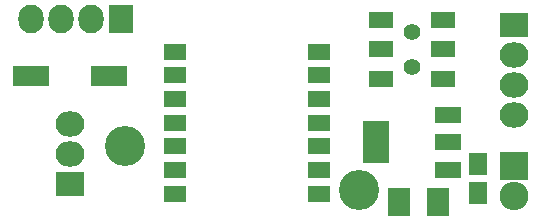
<source format=gts>
G04 #@! TF.FileFunction,Soldermask,Top*
%FSLAX46Y46*%
G04 Gerber Fmt 4.6, Leading zero omitted, Abs format (unit mm)*
G04 Created by KiCad (PCBNEW 0.201510170916+6271~30~ubuntu14.04.1-product) date Tue 27 Oct 2015 04:13:56 PM CET*
%MOMM*%
G01*
G04 APERTURE LIST*
%ADD10C,0.100000*%
%ADD11R,1.900000X1.400000*%
%ADD12R,1.650000X1.900000*%
%ADD13R,1.924000X2.432000*%
%ADD14R,2.432000X2.127200*%
%ADD15O,2.432000X2.127200*%
%ADD16R,2.127200X2.432000*%
%ADD17O,2.127200X2.432000*%
%ADD18R,2.432000X2.432000*%
%ADD19O,2.432000X2.432000*%
%ADD20R,3.050000X1.800000*%
%ADD21R,2.000000X1.400000*%
%ADD22C,1.400000*%
%ADD23R,2.300000X3.650000*%
%ADD24R,2.300000X1.350000*%
%ADD25C,3.400000*%
G04 APERTURE END LIST*
D10*
D11*
X166120000Y-86122000D03*
X166120000Y-84122000D03*
X166120000Y-82122000D03*
X166120000Y-80122000D03*
X166120000Y-78122000D03*
X166120000Y-76122000D03*
X166120000Y-74122000D03*
X153920000Y-74122000D03*
X153920000Y-76122000D03*
X153920000Y-78122000D03*
X153920000Y-80122000D03*
X153920000Y-82122000D03*
X153920000Y-84122000D03*
X153920000Y-86122000D03*
D12*
X179578000Y-83586000D03*
X179578000Y-86086000D03*
D13*
X172847000Y-86868000D03*
X176149000Y-86868000D03*
D14*
X182626000Y-71882000D03*
D15*
X182626000Y-74422000D03*
X182626000Y-76962000D03*
X182626000Y-79502000D03*
D16*
X149352000Y-71374000D03*
D17*
X146812000Y-71374000D03*
X144272000Y-71374000D03*
X141732000Y-71374000D03*
D14*
X145034000Y-85344000D03*
D15*
X145034000Y-82804000D03*
X145034000Y-80264000D03*
D18*
X182626000Y-83820000D03*
D19*
X182626000Y-86360000D03*
D20*
X141709000Y-76200000D03*
X148359000Y-76200000D03*
D21*
X176640000Y-76414000D03*
X176640000Y-73914000D03*
X176640000Y-71414000D03*
X171340000Y-71414000D03*
X171340000Y-73914000D03*
X171340000Y-76414000D03*
D22*
X173990000Y-75414000D03*
X173990000Y-72414000D03*
D23*
X170940000Y-81788000D03*
D24*
X177040000Y-84088000D03*
X177040000Y-81788000D03*
X177040000Y-79488000D03*
D25*
X149668000Y-82062000D03*
X169452000Y-85852000D03*
M02*

</source>
